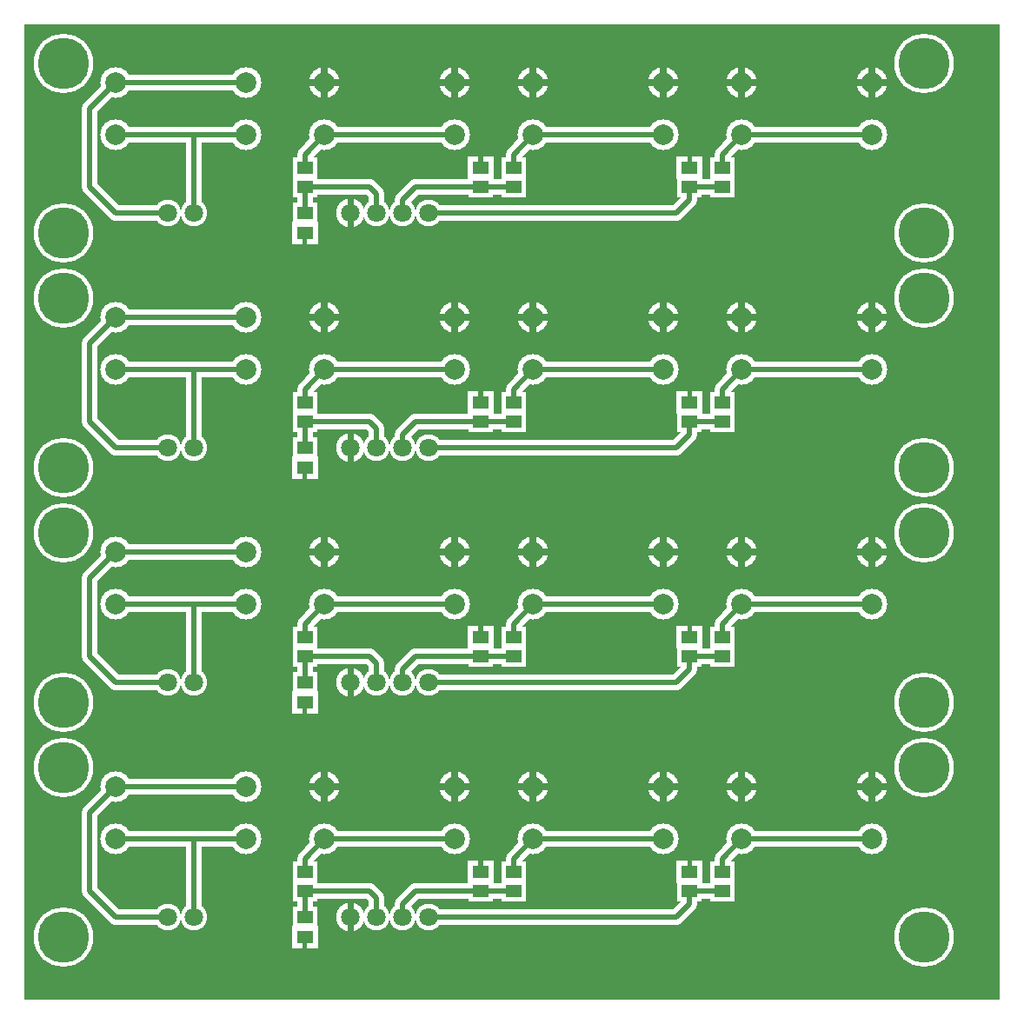
<source format=gbr>
%FSLAX34Y34*%
%MOMM*%
%LNCOPPER_TOP*%
G71*
G01*
%ADD10C, 3.000*%
%ADD11C, 2.600*%
%ADD12C, 5.800*%
%ADD13C, 2.600*%
%ADD14C, 1.500*%
%ADD15C, 2.800*%
%ADD16C, 3.000*%
%ADD17R, 2.400X2.100*%
%ADD18R, 2.600X2.300*%
%ADD19C, 0.600*%
%ADD20C, 0.667*%
%ADD21C, 0.433*%
%ADD22C, 0.442*%
%ADD23C, 2.000*%
%ADD24C, 1.800*%
%ADD25C, 5.000*%
%ADD26C, 1.800*%
%ADD27C, 0.500*%
%ADD28C, 2.000*%
%ADD29R, 1.600X1.300*%
%LPD*%
G36*
X-6350Y6350D02*
X943650Y6350D01*
X943650Y-943650D01*
X-6350Y-943650D01*
X-6350Y6350D01*
G37*
%LPC*%
X82550Y-50800D02*
G54D10*
D03*
X82550Y-101600D02*
G54D10*
D03*
X209550Y-50800D02*
G54D10*
D03*
X209550Y-101600D02*
G54D10*
D03*
X158750Y-177799D02*
G54D11*
D03*
X133350Y-177799D02*
G54D11*
D03*
X31750Y-31750D02*
G54D12*
D03*
X31750Y-196850D02*
G54D12*
D03*
X869950Y-196850D02*
G54D12*
D03*
X869950Y-31750D02*
G54D12*
D03*
X285750Y-50800D02*
G54D10*
D03*
X285750Y-101600D02*
G54D10*
D03*
X412750Y-50800D02*
G54D10*
D03*
X412750Y-101600D02*
G54D10*
D03*
X488950Y-50800D02*
G54D10*
D03*
X488950Y-101600D02*
G54D10*
D03*
X615950Y-50800D02*
G54D10*
D03*
X615950Y-101600D02*
G54D10*
D03*
X692150Y-50800D02*
G54D10*
D03*
X692150Y-101600D02*
G54D10*
D03*
X819150Y-50800D02*
G54D10*
D03*
X819150Y-101600D02*
G54D10*
D03*
X387350Y-177800D02*
G54D13*
D03*
X361950Y-177800D02*
G54D13*
D03*
X336550Y-177800D02*
G54D13*
D03*
X311150Y-177800D02*
G54D13*
D03*
G54D14*
X82550Y-50800D02*
X209550Y-50800D01*
G54D14*
X82550Y-101600D02*
X209550Y-101600D01*
X311150Y-177800D02*
G54D15*
D03*
X285750Y-50800D02*
G54D16*
D03*
X285750Y-50800D02*
G54D10*
D03*
X412750Y-50800D02*
G54D10*
D03*
X488950Y-50800D02*
G54D10*
D03*
X615950Y-50800D02*
G54D10*
D03*
X692150Y-50800D02*
G54D10*
D03*
X819150Y-50800D02*
G54D10*
D03*
X266700Y-133350D02*
G54D17*
D03*
X266700Y-152350D02*
G54D17*
D03*
G54D14*
X285750Y-101600D02*
X412750Y-101600D01*
G54D14*
X488950Y-101600D02*
X615950Y-101600D01*
G54D14*
X692150Y-101600D02*
X819150Y-101600D01*
X469900Y-133350D02*
G54D17*
D03*
X469900Y-152350D02*
G54D17*
D03*
X673100Y-133350D02*
G54D17*
D03*
X673100Y-152350D02*
G54D17*
D03*
G54D14*
X285750Y-152350D02*
X330150Y-152350D01*
X336550Y-158750D01*
X336550Y-177800D01*
G54D14*
X266700Y-133350D02*
X266700Y-120650D01*
X285750Y-101600D01*
G54D14*
X469900Y-133350D02*
X469900Y-120650D01*
X488950Y-101600D01*
G54D14*
X673100Y-133350D02*
X673100Y-120650D01*
X692150Y-101600D01*
G54D14*
X361950Y-177800D02*
X361950Y-165100D01*
X374650Y-152400D01*
X469900Y-152350D01*
G54D14*
X387350Y-177800D02*
X628650Y-177800D01*
X641350Y-165100D01*
X641350Y-152350D01*
X266700Y-177850D02*
G54D17*
D03*
X266700Y-196850D02*
G54D17*
D03*
X438150Y-133350D02*
G54D17*
D03*
X438150Y-152350D02*
G54D17*
D03*
X641350Y-133350D02*
G54D17*
D03*
X641350Y-152350D02*
G54D17*
D03*
G54D14*
X266700Y-177850D02*
X266700Y-152350D01*
X285750Y-152350D01*
G54D14*
X641350Y-152350D02*
X673100Y-152350D01*
X266700Y-196850D02*
G54D18*
D03*
X438150Y-133350D02*
G54D18*
D03*
X641350Y-133350D02*
G54D18*
D03*
G54D14*
X158750Y-177799D02*
X158750Y-101600D01*
G54D14*
X82550Y-50800D02*
X57150Y-76200D01*
X57150Y-152400D01*
X82550Y-177800D01*
X133350Y-177799D01*
X82550Y-279400D02*
G54D10*
D03*
X82550Y-330200D02*
G54D10*
D03*
X209550Y-279400D02*
G54D10*
D03*
X209550Y-330200D02*
G54D10*
D03*
X158750Y-406399D02*
G54D11*
D03*
X133350Y-406399D02*
G54D11*
D03*
X31750Y-260350D02*
G54D12*
D03*
X31750Y-425450D02*
G54D12*
D03*
X869950Y-425450D02*
G54D12*
D03*
X869950Y-260350D02*
G54D12*
D03*
X285750Y-279400D02*
G54D10*
D03*
X285750Y-330200D02*
G54D10*
D03*
X412750Y-279400D02*
G54D10*
D03*
X412750Y-330200D02*
G54D10*
D03*
X488950Y-279400D02*
G54D10*
D03*
X488950Y-330200D02*
G54D10*
D03*
X615950Y-279400D02*
G54D10*
D03*
X615950Y-330200D02*
G54D10*
D03*
X692150Y-279400D02*
G54D10*
D03*
X692150Y-330200D02*
G54D10*
D03*
X819150Y-279400D02*
G54D10*
D03*
X819150Y-330200D02*
G54D10*
D03*
X387350Y-406400D02*
G54D13*
D03*
X361950Y-406400D02*
G54D13*
D03*
X336550Y-406400D02*
G54D13*
D03*
X311150Y-406400D02*
G54D13*
D03*
G54D14*
X82550Y-279400D02*
X209550Y-279400D01*
G54D14*
X82550Y-330200D02*
X209550Y-330200D01*
X311150Y-406400D02*
G54D15*
D03*
X285750Y-279400D02*
G54D16*
D03*
X285750Y-279400D02*
G54D10*
D03*
X412750Y-279400D02*
G54D10*
D03*
X488950Y-279400D02*
G54D10*
D03*
X615950Y-279400D02*
G54D10*
D03*
X692150Y-279400D02*
G54D10*
D03*
X819150Y-279400D02*
G54D10*
D03*
X266700Y-361950D02*
G54D17*
D03*
X266700Y-380950D02*
G54D17*
D03*
G54D14*
X285750Y-330200D02*
X412750Y-330200D01*
G54D14*
X488950Y-330200D02*
X615950Y-330200D01*
G54D14*
X692150Y-330200D02*
X819150Y-330200D01*
X469900Y-361950D02*
G54D17*
D03*
X469900Y-380950D02*
G54D17*
D03*
X673100Y-361950D02*
G54D17*
D03*
X673100Y-380950D02*
G54D17*
D03*
G54D14*
X285750Y-380950D02*
X330150Y-380950D01*
X336550Y-387350D01*
X336550Y-406400D01*
G54D14*
X266700Y-361950D02*
X266700Y-349250D01*
X285750Y-330200D01*
G54D14*
X469900Y-361950D02*
X469900Y-349250D01*
X488950Y-330200D01*
G54D14*
X673100Y-361950D02*
X673100Y-349250D01*
X692150Y-330200D01*
G54D14*
X361950Y-406400D02*
X361950Y-393700D01*
X374650Y-381000D01*
X469900Y-380950D01*
G54D14*
X387350Y-406400D02*
X628650Y-406400D01*
X641350Y-393700D01*
X641350Y-380950D01*
X266700Y-406450D02*
G54D17*
D03*
X266700Y-425450D02*
G54D17*
D03*
X438150Y-361950D02*
G54D17*
D03*
X438150Y-380950D02*
G54D17*
D03*
X641350Y-361950D02*
G54D17*
D03*
X641350Y-380950D02*
G54D17*
D03*
G54D14*
X266700Y-406450D02*
X266700Y-380950D01*
X285750Y-380950D01*
G54D14*
X641350Y-380950D02*
X673100Y-380950D01*
X266700Y-425450D02*
G54D18*
D03*
X438150Y-361950D02*
G54D18*
D03*
X641350Y-361950D02*
G54D18*
D03*
G54D14*
X158750Y-406399D02*
X158750Y-330200D01*
G54D14*
X82550Y-279400D02*
X57150Y-304800D01*
X57150Y-381000D01*
X82550Y-406400D01*
X133350Y-406399D01*
X82550Y-508000D02*
G54D10*
D03*
X82550Y-558800D02*
G54D10*
D03*
X209550Y-508000D02*
G54D10*
D03*
X209550Y-558800D02*
G54D10*
D03*
X158750Y-634999D02*
G54D11*
D03*
X133350Y-634999D02*
G54D11*
D03*
X31750Y-488950D02*
G54D12*
D03*
X31750Y-654050D02*
G54D12*
D03*
X869950Y-654050D02*
G54D12*
D03*
X869950Y-488950D02*
G54D12*
D03*
X285750Y-508000D02*
G54D10*
D03*
X285750Y-558800D02*
G54D10*
D03*
X412750Y-508000D02*
G54D10*
D03*
X412750Y-558800D02*
G54D10*
D03*
X488950Y-508000D02*
G54D10*
D03*
X488950Y-558800D02*
G54D10*
D03*
X615950Y-508000D02*
G54D10*
D03*
X615950Y-558800D02*
G54D10*
D03*
X692150Y-508000D02*
G54D10*
D03*
X692150Y-558800D02*
G54D10*
D03*
X819150Y-508000D02*
G54D10*
D03*
X819150Y-558800D02*
G54D10*
D03*
X387350Y-635000D02*
G54D13*
D03*
X361950Y-635000D02*
G54D13*
D03*
X336550Y-635000D02*
G54D13*
D03*
X311150Y-635000D02*
G54D13*
D03*
G54D14*
X82550Y-508000D02*
X209550Y-508000D01*
G54D14*
X82550Y-558800D02*
X209550Y-558800D01*
X311150Y-635000D02*
G54D15*
D03*
X285750Y-508000D02*
G54D16*
D03*
X285750Y-508000D02*
G54D10*
D03*
X412750Y-508000D02*
G54D10*
D03*
X488950Y-508000D02*
G54D10*
D03*
X615950Y-508000D02*
G54D10*
D03*
X692150Y-508000D02*
G54D10*
D03*
X819150Y-508000D02*
G54D10*
D03*
X266700Y-590550D02*
G54D17*
D03*
X266700Y-609550D02*
G54D17*
D03*
G54D14*
X285750Y-558800D02*
X412750Y-558800D01*
G54D14*
X488950Y-558800D02*
X615950Y-558800D01*
G54D14*
X692150Y-558800D02*
X819150Y-558800D01*
X469900Y-590550D02*
G54D17*
D03*
X469900Y-609550D02*
G54D17*
D03*
X673100Y-590550D02*
G54D17*
D03*
X673100Y-609550D02*
G54D17*
D03*
G54D14*
X285750Y-609550D02*
X330150Y-609550D01*
X336550Y-615950D01*
X336550Y-635000D01*
G54D14*
X266700Y-590550D02*
X266700Y-577850D01*
X285750Y-558800D01*
G54D14*
X469900Y-590550D02*
X469900Y-577850D01*
X488950Y-558800D01*
G54D14*
X673100Y-590550D02*
X673100Y-577850D01*
X692150Y-558800D01*
G54D14*
X361950Y-635000D02*
X361950Y-622300D01*
X374650Y-609600D01*
X469900Y-609550D01*
G54D14*
X387350Y-635000D02*
X628650Y-635000D01*
X641350Y-622300D01*
X641350Y-609550D01*
X266700Y-635050D02*
G54D17*
D03*
X266700Y-654050D02*
G54D17*
D03*
X438150Y-590550D02*
G54D17*
D03*
X438150Y-609550D02*
G54D17*
D03*
X641350Y-590550D02*
G54D17*
D03*
X641350Y-609550D02*
G54D17*
D03*
G54D14*
X266700Y-635050D02*
X266700Y-609550D01*
X285750Y-609550D01*
G54D14*
X641350Y-609550D02*
X673100Y-609550D01*
X266700Y-654050D02*
G54D18*
D03*
X438150Y-590550D02*
G54D18*
D03*
X641350Y-590550D02*
G54D18*
D03*
G54D14*
X158750Y-634999D02*
X158750Y-558800D01*
G54D14*
X82550Y-508000D02*
X57150Y-533400D01*
X57150Y-609600D01*
X82550Y-635000D01*
X133350Y-634999D01*
X82550Y-736600D02*
G54D10*
D03*
X82550Y-787400D02*
G54D10*
D03*
X209550Y-736600D02*
G54D10*
D03*
X209550Y-787400D02*
G54D10*
D03*
X158750Y-863599D02*
G54D11*
D03*
X133350Y-863599D02*
G54D11*
D03*
X31750Y-717550D02*
G54D12*
D03*
X31750Y-882650D02*
G54D12*
D03*
X869950Y-882650D02*
G54D12*
D03*
X869950Y-717550D02*
G54D12*
D03*
X285750Y-736600D02*
G54D10*
D03*
X285750Y-787400D02*
G54D10*
D03*
X412750Y-736600D02*
G54D10*
D03*
X412750Y-787400D02*
G54D10*
D03*
X488950Y-736600D02*
G54D10*
D03*
X488950Y-787400D02*
G54D10*
D03*
X615950Y-736600D02*
G54D10*
D03*
X615950Y-787400D02*
G54D10*
D03*
X692150Y-736600D02*
G54D10*
D03*
X692150Y-787400D02*
G54D10*
D03*
X819150Y-736600D02*
G54D10*
D03*
X819150Y-787400D02*
G54D10*
D03*
X387350Y-863600D02*
G54D13*
D03*
X361950Y-863600D02*
G54D13*
D03*
X336550Y-863600D02*
G54D13*
D03*
X311150Y-863600D02*
G54D13*
D03*
G54D14*
X82550Y-736600D02*
X209550Y-736600D01*
G54D14*
X82550Y-787400D02*
X209550Y-787400D01*
X311150Y-863600D02*
G54D15*
D03*
X285750Y-736600D02*
G54D16*
D03*
X285750Y-736600D02*
G54D10*
D03*
X412750Y-736600D02*
G54D10*
D03*
X488950Y-736600D02*
G54D10*
D03*
X615950Y-736600D02*
G54D10*
D03*
X692150Y-736600D02*
G54D10*
D03*
X819150Y-736600D02*
G54D10*
D03*
X266700Y-819150D02*
G54D17*
D03*
X266700Y-838150D02*
G54D17*
D03*
G54D14*
X285750Y-787400D02*
X412750Y-787400D01*
G54D14*
X488950Y-787400D02*
X615950Y-787400D01*
G54D14*
X692150Y-787400D02*
X819150Y-787400D01*
X469900Y-819150D02*
G54D17*
D03*
X469900Y-838150D02*
G54D17*
D03*
X673100Y-819150D02*
G54D17*
D03*
X673100Y-838150D02*
G54D17*
D03*
G54D14*
X285750Y-838150D02*
X330150Y-838150D01*
X336550Y-844550D01*
X336550Y-863600D01*
G54D14*
X266700Y-819150D02*
X266700Y-806450D01*
X285750Y-787400D01*
G54D14*
X469900Y-819150D02*
X469900Y-806450D01*
X488950Y-787400D01*
G54D14*
X673100Y-819150D02*
X673100Y-806450D01*
X692150Y-787400D01*
G54D14*
X361950Y-863600D02*
X361950Y-850900D01*
X374650Y-838200D01*
X469900Y-838150D01*
G54D14*
X387350Y-863600D02*
X628650Y-863600D01*
X641350Y-850900D01*
X641350Y-838150D01*
X266700Y-863650D02*
G54D17*
D03*
X266700Y-882650D02*
G54D17*
D03*
X438150Y-819150D02*
G54D17*
D03*
X438150Y-838150D02*
G54D17*
D03*
X641350Y-819150D02*
G54D17*
D03*
X641350Y-838150D02*
G54D17*
D03*
G54D14*
X266700Y-863650D02*
X266700Y-838150D01*
X285750Y-838150D01*
G54D14*
X641350Y-838150D02*
X673100Y-838150D01*
X266700Y-882650D02*
G54D18*
D03*
X438150Y-819150D02*
G54D18*
D03*
X641350Y-819150D02*
G54D18*
D03*
G54D14*
X158750Y-863599D02*
X158750Y-787400D01*
G54D14*
X82550Y-736600D02*
X57150Y-762000D01*
X57150Y-838200D01*
X82550Y-863600D01*
X133350Y-863599D01*
%LPD*%
G54D19*
G36*
X308150Y-177800D02*
X308150Y-163300D01*
X314150Y-163300D01*
X314150Y-177800D01*
X308150Y-177800D01*
G37*
G36*
X314150Y-177800D02*
X314150Y-192300D01*
X308150Y-192300D01*
X308150Y-177800D01*
X314150Y-177800D01*
G37*
G54D20*
G36*
X282417Y-50800D02*
X282417Y-35300D01*
X289083Y-35300D01*
X289083Y-50800D01*
X282417Y-50800D01*
G37*
G36*
X285750Y-47467D02*
X301250Y-47467D01*
X301250Y-54133D01*
X285750Y-54133D01*
X285750Y-47467D01*
G37*
G36*
X289083Y-50800D02*
X289083Y-66300D01*
X282417Y-66300D01*
X282417Y-50800D01*
X289083Y-50800D01*
G37*
G36*
X285750Y-54133D02*
X270250Y-54133D01*
X270250Y-47467D01*
X285750Y-47467D01*
X285750Y-54133D01*
G37*
G54D20*
G36*
X409417Y-50800D02*
X409417Y-35300D01*
X416083Y-35300D01*
X416083Y-50800D01*
X409417Y-50800D01*
G37*
G36*
X412750Y-47467D02*
X428250Y-47467D01*
X428250Y-54133D01*
X412750Y-54133D01*
X412750Y-47467D01*
G37*
G36*
X416083Y-50800D02*
X416083Y-66300D01*
X409417Y-66300D01*
X409417Y-50800D01*
X416083Y-50800D01*
G37*
G36*
X412750Y-54133D02*
X397250Y-54133D01*
X397250Y-47467D01*
X412750Y-47467D01*
X412750Y-54133D01*
G37*
G54D20*
G36*
X485617Y-50800D02*
X485617Y-35300D01*
X492283Y-35300D01*
X492283Y-50800D01*
X485617Y-50800D01*
G37*
G36*
X488950Y-47467D02*
X504450Y-47467D01*
X504450Y-54133D01*
X488950Y-54133D01*
X488950Y-47467D01*
G37*
G36*
X492283Y-50800D02*
X492283Y-66300D01*
X485617Y-66300D01*
X485617Y-50800D01*
X492283Y-50800D01*
G37*
G36*
X488950Y-54133D02*
X473450Y-54133D01*
X473450Y-47467D01*
X488950Y-47467D01*
X488950Y-54133D01*
G37*
G54D20*
G36*
X612617Y-50800D02*
X612617Y-35300D01*
X619283Y-35300D01*
X619283Y-50800D01*
X612617Y-50800D01*
G37*
G36*
X615950Y-47467D02*
X631450Y-47467D01*
X631450Y-54133D01*
X615950Y-54133D01*
X615950Y-47467D01*
G37*
G36*
X619283Y-50800D02*
X619283Y-66300D01*
X612617Y-66300D01*
X612617Y-50800D01*
X619283Y-50800D01*
G37*
G36*
X615950Y-54133D02*
X600450Y-54133D01*
X600450Y-47467D01*
X615950Y-47467D01*
X615950Y-54133D01*
G37*
G54D20*
G36*
X688817Y-50800D02*
X688817Y-35300D01*
X695483Y-35300D01*
X695483Y-50800D01*
X688817Y-50800D01*
G37*
G36*
X692150Y-47467D02*
X707650Y-47467D01*
X707650Y-54133D01*
X692150Y-54133D01*
X692150Y-47467D01*
G37*
G36*
X695483Y-50800D02*
X695483Y-66300D01*
X688817Y-66300D01*
X688817Y-50800D01*
X695483Y-50800D01*
G37*
G36*
X692150Y-54133D02*
X676650Y-54133D01*
X676650Y-47467D01*
X692150Y-47467D01*
X692150Y-54133D01*
G37*
G54D20*
G36*
X815817Y-50800D02*
X815817Y-35300D01*
X822483Y-35300D01*
X822483Y-50800D01*
X815817Y-50800D01*
G37*
G36*
X819150Y-47467D02*
X834650Y-47467D01*
X834650Y-54133D01*
X819150Y-54133D01*
X819150Y-47467D01*
G37*
G36*
X822483Y-50800D02*
X822483Y-66300D01*
X815817Y-66300D01*
X815817Y-50800D01*
X822483Y-50800D01*
G37*
G36*
X819150Y-54133D02*
X803650Y-54133D01*
X803650Y-47467D01*
X819150Y-47467D01*
X819150Y-54133D01*
G37*
G54D21*
G36*
X268866Y-196850D02*
X268866Y-208850D01*
X264534Y-208850D01*
X264534Y-196850D01*
X268866Y-196850D01*
G37*
G54D22*
G36*
X435940Y-133350D02*
X435940Y-121350D01*
X440360Y-121350D01*
X440360Y-133350D01*
X435940Y-133350D01*
G37*
G54D21*
G36*
X639184Y-133350D02*
X639184Y-121350D01*
X643516Y-121350D01*
X643516Y-133350D01*
X639184Y-133350D01*
G37*
G54D19*
G36*
X308150Y-406400D02*
X308150Y-391900D01*
X314150Y-391900D01*
X314150Y-406400D01*
X308150Y-406400D01*
G37*
G36*
X314150Y-406400D02*
X314150Y-420900D01*
X308150Y-420900D01*
X308150Y-406400D01*
X314150Y-406400D01*
G37*
G54D20*
G36*
X282417Y-279400D02*
X282417Y-263900D01*
X289083Y-263900D01*
X289083Y-279400D01*
X282417Y-279400D01*
G37*
G36*
X285750Y-276067D02*
X301250Y-276067D01*
X301250Y-282733D01*
X285750Y-282733D01*
X285750Y-276067D01*
G37*
G36*
X289083Y-279400D02*
X289083Y-294900D01*
X282417Y-294900D01*
X282417Y-279400D01*
X289083Y-279400D01*
G37*
G36*
X285750Y-282733D02*
X270250Y-282733D01*
X270250Y-276067D01*
X285750Y-276067D01*
X285750Y-282733D01*
G37*
G54D20*
G36*
X409417Y-279400D02*
X409417Y-263900D01*
X416083Y-263900D01*
X416083Y-279400D01*
X409417Y-279400D01*
G37*
G36*
X412750Y-276067D02*
X428250Y-276067D01*
X428250Y-282733D01*
X412750Y-282733D01*
X412750Y-276067D01*
G37*
G36*
X416083Y-279400D02*
X416083Y-294900D01*
X409417Y-294900D01*
X409417Y-279400D01*
X416083Y-279400D01*
G37*
G36*
X412750Y-282733D02*
X397250Y-282733D01*
X397250Y-276067D01*
X412750Y-276067D01*
X412750Y-282733D01*
G37*
G54D20*
G36*
X485617Y-279400D02*
X485617Y-263900D01*
X492283Y-263900D01*
X492283Y-279400D01*
X485617Y-279400D01*
G37*
G36*
X488950Y-276067D02*
X504450Y-276067D01*
X504450Y-282733D01*
X488950Y-282733D01*
X488950Y-276067D01*
G37*
G36*
X492283Y-279400D02*
X492283Y-294900D01*
X485617Y-294900D01*
X485617Y-279400D01*
X492283Y-279400D01*
G37*
G36*
X488950Y-282733D02*
X473450Y-282733D01*
X473450Y-276067D01*
X488950Y-276067D01*
X488950Y-282733D01*
G37*
G54D20*
G36*
X612617Y-279400D02*
X612617Y-263900D01*
X619283Y-263900D01*
X619283Y-279400D01*
X612617Y-279400D01*
G37*
G36*
X615950Y-276067D02*
X631450Y-276067D01*
X631450Y-282733D01*
X615950Y-282733D01*
X615950Y-276067D01*
G37*
G36*
X619283Y-279400D02*
X619283Y-294900D01*
X612617Y-294900D01*
X612617Y-279400D01*
X619283Y-279400D01*
G37*
G36*
X615950Y-282733D02*
X600450Y-282733D01*
X600450Y-276067D01*
X615950Y-276067D01*
X615950Y-282733D01*
G37*
G54D20*
G36*
X688817Y-279400D02*
X688817Y-263900D01*
X695483Y-263900D01*
X695483Y-279400D01*
X688817Y-279400D01*
G37*
G36*
X692150Y-276067D02*
X707650Y-276067D01*
X707650Y-282733D01*
X692150Y-282733D01*
X692150Y-276067D01*
G37*
G36*
X695483Y-279400D02*
X695483Y-294900D01*
X688817Y-294900D01*
X688817Y-279400D01*
X695483Y-279400D01*
G37*
G36*
X692150Y-282733D02*
X676650Y-282733D01*
X676650Y-276067D01*
X692150Y-276067D01*
X692150Y-282733D01*
G37*
G54D20*
G36*
X815817Y-279400D02*
X815817Y-263900D01*
X822483Y-263900D01*
X822483Y-279400D01*
X815817Y-279400D01*
G37*
G36*
X819150Y-276067D02*
X834650Y-276067D01*
X834650Y-282733D01*
X819150Y-282733D01*
X819150Y-276067D01*
G37*
G36*
X822483Y-279400D02*
X822483Y-294900D01*
X815817Y-294900D01*
X815817Y-279400D01*
X822483Y-279400D01*
G37*
G36*
X819150Y-282733D02*
X803650Y-282733D01*
X803650Y-276067D01*
X819150Y-276067D01*
X819150Y-282733D01*
G37*
G54D21*
G36*
X268866Y-425450D02*
X268866Y-437450D01*
X264534Y-437450D01*
X264534Y-425450D01*
X268866Y-425450D01*
G37*
G54D22*
G36*
X435940Y-361950D02*
X435940Y-349950D01*
X440360Y-349950D01*
X440360Y-361950D01*
X435940Y-361950D01*
G37*
G54D21*
G36*
X639184Y-361950D02*
X639184Y-349950D01*
X643516Y-349950D01*
X643516Y-361950D01*
X639184Y-361950D01*
G37*
G54D19*
G36*
X308150Y-635000D02*
X308150Y-620500D01*
X314150Y-620500D01*
X314150Y-635000D01*
X308150Y-635000D01*
G37*
G36*
X314150Y-635000D02*
X314150Y-649500D01*
X308150Y-649500D01*
X308150Y-635000D01*
X314150Y-635000D01*
G37*
G54D20*
G36*
X282417Y-508000D02*
X282417Y-492500D01*
X289083Y-492500D01*
X289083Y-508000D01*
X282417Y-508000D01*
G37*
G36*
X285750Y-504667D02*
X301250Y-504667D01*
X301250Y-511333D01*
X285750Y-511333D01*
X285750Y-504667D01*
G37*
G36*
X289083Y-508000D02*
X289083Y-523500D01*
X282417Y-523500D01*
X282417Y-508000D01*
X289083Y-508000D01*
G37*
G36*
X285750Y-511333D02*
X270250Y-511333D01*
X270250Y-504667D01*
X285750Y-504667D01*
X285750Y-511333D01*
G37*
G54D20*
G36*
X409417Y-508000D02*
X409417Y-492500D01*
X416083Y-492500D01*
X416083Y-508000D01*
X409417Y-508000D01*
G37*
G36*
X412750Y-504667D02*
X428250Y-504667D01*
X428250Y-511333D01*
X412750Y-511333D01*
X412750Y-504667D01*
G37*
G36*
X416083Y-508000D02*
X416083Y-523500D01*
X409417Y-523500D01*
X409417Y-508000D01*
X416083Y-508000D01*
G37*
G36*
X412750Y-511333D02*
X397250Y-511333D01*
X397250Y-504667D01*
X412750Y-504667D01*
X412750Y-511333D01*
G37*
G54D20*
G36*
X485617Y-508000D02*
X485617Y-492500D01*
X492283Y-492500D01*
X492283Y-508000D01*
X485617Y-508000D01*
G37*
G36*
X488950Y-504667D02*
X504450Y-504667D01*
X504450Y-511333D01*
X488950Y-511333D01*
X488950Y-504667D01*
G37*
G36*
X492283Y-508000D02*
X492283Y-523500D01*
X485617Y-523500D01*
X485617Y-508000D01*
X492283Y-508000D01*
G37*
G36*
X488950Y-511333D02*
X473450Y-511333D01*
X473450Y-504667D01*
X488950Y-504667D01*
X488950Y-511333D01*
G37*
G54D20*
G36*
X612617Y-508000D02*
X612617Y-492500D01*
X619283Y-492500D01*
X619283Y-508000D01*
X612617Y-508000D01*
G37*
G36*
X615950Y-504667D02*
X631450Y-504667D01*
X631450Y-511333D01*
X615950Y-511333D01*
X615950Y-504667D01*
G37*
G36*
X619283Y-508000D02*
X619283Y-523500D01*
X612617Y-523500D01*
X612617Y-508000D01*
X619283Y-508000D01*
G37*
G36*
X615950Y-511333D02*
X600450Y-511333D01*
X600450Y-504667D01*
X615950Y-504667D01*
X615950Y-511333D01*
G37*
G54D20*
G36*
X688817Y-508000D02*
X688817Y-492500D01*
X695483Y-492500D01*
X695483Y-508000D01*
X688817Y-508000D01*
G37*
G36*
X692150Y-504667D02*
X707650Y-504667D01*
X707650Y-511333D01*
X692150Y-511333D01*
X692150Y-504667D01*
G37*
G36*
X695483Y-508000D02*
X695483Y-523500D01*
X688817Y-523500D01*
X688817Y-508000D01*
X695483Y-508000D01*
G37*
G36*
X692150Y-511333D02*
X676650Y-511333D01*
X676650Y-504667D01*
X692150Y-504667D01*
X692150Y-511333D01*
G37*
G54D20*
G36*
X815817Y-508000D02*
X815817Y-492500D01*
X822483Y-492500D01*
X822483Y-508000D01*
X815817Y-508000D01*
G37*
G36*
X819150Y-504667D02*
X834650Y-504667D01*
X834650Y-511333D01*
X819150Y-511333D01*
X819150Y-504667D01*
G37*
G36*
X822483Y-508000D02*
X822483Y-523500D01*
X815817Y-523500D01*
X815817Y-508000D01*
X822483Y-508000D01*
G37*
G36*
X819150Y-511333D02*
X803650Y-511333D01*
X803650Y-504667D01*
X819150Y-504667D01*
X819150Y-511333D01*
G37*
G54D21*
G36*
X268866Y-654050D02*
X268866Y-666050D01*
X264534Y-666050D01*
X264534Y-654050D01*
X268866Y-654050D01*
G37*
G54D22*
G36*
X435940Y-590550D02*
X435940Y-578550D01*
X440360Y-578550D01*
X440360Y-590550D01*
X435940Y-590550D01*
G37*
G54D21*
G36*
X639184Y-590550D02*
X639184Y-578550D01*
X643516Y-578550D01*
X643516Y-590550D01*
X639184Y-590550D01*
G37*
G54D19*
G36*
X308150Y-863600D02*
X308150Y-849100D01*
X314150Y-849100D01*
X314150Y-863600D01*
X308150Y-863600D01*
G37*
G36*
X314150Y-863600D02*
X314150Y-878100D01*
X308150Y-878100D01*
X308150Y-863600D01*
X314150Y-863600D01*
G37*
G54D20*
G36*
X282417Y-736600D02*
X282417Y-721100D01*
X289083Y-721100D01*
X289083Y-736600D01*
X282417Y-736600D01*
G37*
G36*
X285750Y-733267D02*
X301250Y-733267D01*
X301250Y-739933D01*
X285750Y-739933D01*
X285750Y-733267D01*
G37*
G36*
X289083Y-736600D02*
X289083Y-752100D01*
X282417Y-752100D01*
X282417Y-736600D01*
X289083Y-736600D01*
G37*
G36*
X285750Y-739933D02*
X270250Y-739933D01*
X270250Y-733267D01*
X285750Y-733267D01*
X285750Y-739933D01*
G37*
G54D20*
G36*
X409417Y-736600D02*
X409417Y-721100D01*
X416083Y-721100D01*
X416083Y-736600D01*
X409417Y-736600D01*
G37*
G36*
X412750Y-733267D02*
X428250Y-733267D01*
X428250Y-739933D01*
X412750Y-739933D01*
X412750Y-733267D01*
G37*
G36*
X416083Y-736600D02*
X416083Y-752100D01*
X409417Y-752100D01*
X409417Y-736600D01*
X416083Y-736600D01*
G37*
G36*
X412750Y-739933D02*
X397250Y-739933D01*
X397250Y-733267D01*
X412750Y-733267D01*
X412750Y-739933D01*
G37*
G54D20*
G36*
X485617Y-736600D02*
X485617Y-721100D01*
X492283Y-721100D01*
X492283Y-736600D01*
X485617Y-736600D01*
G37*
G36*
X488950Y-733267D02*
X504450Y-733267D01*
X504450Y-739933D01*
X488950Y-739933D01*
X488950Y-733267D01*
G37*
G36*
X492283Y-736600D02*
X492283Y-752100D01*
X485617Y-752100D01*
X485617Y-736600D01*
X492283Y-736600D01*
G37*
G36*
X488950Y-739933D02*
X473450Y-739933D01*
X473450Y-733267D01*
X488950Y-733267D01*
X488950Y-739933D01*
G37*
G54D20*
G36*
X612617Y-736600D02*
X612617Y-721100D01*
X619283Y-721100D01*
X619283Y-736600D01*
X612617Y-736600D01*
G37*
G36*
X615950Y-733267D02*
X631450Y-733267D01*
X631450Y-739933D01*
X615950Y-739933D01*
X615950Y-733267D01*
G37*
G36*
X619283Y-736600D02*
X619283Y-752100D01*
X612617Y-752100D01*
X612617Y-736600D01*
X619283Y-736600D01*
G37*
G36*
X615950Y-739933D02*
X600450Y-739933D01*
X600450Y-733267D01*
X615950Y-733267D01*
X615950Y-739933D01*
G37*
G54D20*
G36*
X688817Y-736600D02*
X688817Y-721100D01*
X695483Y-721100D01*
X695483Y-736600D01*
X688817Y-736600D01*
G37*
G36*
X692150Y-733267D02*
X707650Y-733267D01*
X707650Y-739933D01*
X692150Y-739933D01*
X692150Y-733267D01*
G37*
G36*
X695483Y-736600D02*
X695483Y-752100D01*
X688817Y-752100D01*
X688817Y-736600D01*
X695483Y-736600D01*
G37*
G36*
X692150Y-739933D02*
X676650Y-739933D01*
X676650Y-733267D01*
X692150Y-733267D01*
X692150Y-739933D01*
G37*
G54D20*
G36*
X815817Y-736600D02*
X815817Y-721100D01*
X822483Y-721100D01*
X822483Y-736600D01*
X815817Y-736600D01*
G37*
G36*
X819150Y-733267D02*
X834650Y-733267D01*
X834650Y-739933D01*
X819150Y-739933D01*
X819150Y-733267D01*
G37*
G36*
X822483Y-736600D02*
X822483Y-752100D01*
X815817Y-752100D01*
X815817Y-736600D01*
X822483Y-736600D01*
G37*
G36*
X819150Y-739933D02*
X803650Y-739933D01*
X803650Y-733267D01*
X819150Y-733267D01*
X819150Y-739933D01*
G37*
G54D21*
G36*
X268866Y-882650D02*
X268866Y-894650D01*
X264534Y-894650D01*
X264534Y-882650D01*
X268866Y-882650D01*
G37*
G54D22*
G36*
X435940Y-819150D02*
X435940Y-807150D01*
X440360Y-807150D01*
X440360Y-819150D01*
X435940Y-819150D01*
G37*
G54D21*
G36*
X639184Y-819150D02*
X639184Y-807150D01*
X643516Y-807150D01*
X643516Y-819150D01*
X639184Y-819150D01*
G37*
X82550Y-50800D02*
G54D23*
D03*
X82550Y-101600D02*
G54D23*
D03*
X209550Y-50800D02*
G54D23*
D03*
X209550Y-101600D02*
G54D23*
D03*
X158750Y-177799D02*
G54D24*
D03*
X133350Y-177799D02*
G54D24*
D03*
X31750Y-31750D02*
G54D25*
D03*
X31750Y-196850D02*
G54D25*
D03*
X869950Y-196850D02*
G54D25*
D03*
X869950Y-31750D02*
G54D25*
D03*
X285750Y-50800D02*
G54D23*
D03*
X285750Y-101600D02*
G54D23*
D03*
X412750Y-50800D02*
G54D23*
D03*
X412750Y-101600D02*
G54D23*
D03*
X488950Y-50800D02*
G54D23*
D03*
X488950Y-101600D02*
G54D23*
D03*
X615950Y-50800D02*
G54D23*
D03*
X615950Y-101600D02*
G54D23*
D03*
X692150Y-50800D02*
G54D23*
D03*
X692150Y-101600D02*
G54D23*
D03*
X819150Y-50800D02*
G54D23*
D03*
X819150Y-101600D02*
G54D23*
D03*
X387350Y-177800D02*
G54D26*
D03*
X361950Y-177800D02*
G54D26*
D03*
X336550Y-177800D02*
G54D26*
D03*
X311150Y-177800D02*
G54D26*
D03*
G54D27*
X82550Y-50800D02*
X209550Y-50800D01*
G54D27*
X82550Y-101600D02*
X209550Y-101600D01*
X311150Y-177800D02*
G54D24*
D03*
X285750Y-50800D02*
G54D28*
D03*
X285750Y-50800D02*
G54D23*
D03*
X412750Y-50800D02*
G54D23*
D03*
X488950Y-50800D02*
G54D23*
D03*
X615950Y-50800D02*
G54D23*
D03*
X692150Y-50800D02*
G54D23*
D03*
X819150Y-50800D02*
G54D23*
D03*
X266700Y-133350D02*
G54D29*
D03*
X266700Y-152350D02*
G54D29*
D03*
G54D27*
X285750Y-101600D02*
X412750Y-101600D01*
G54D27*
X488950Y-101600D02*
X615950Y-101600D01*
G54D27*
X692150Y-101600D02*
X819150Y-101600D01*
X469900Y-133350D02*
G54D29*
D03*
X469900Y-152350D02*
G54D29*
D03*
X673100Y-133350D02*
G54D29*
D03*
X673100Y-152350D02*
G54D29*
D03*
G54D27*
X285750Y-152350D02*
X330150Y-152350D01*
X336550Y-158750D01*
X336550Y-177800D01*
G54D27*
X266700Y-133350D02*
X266700Y-120650D01*
X285750Y-101600D01*
G54D27*
X469900Y-133350D02*
X469900Y-120650D01*
X488950Y-101600D01*
G54D27*
X673100Y-133350D02*
X673100Y-120650D01*
X692150Y-101600D01*
G54D27*
X361950Y-177800D02*
X361950Y-165100D01*
X374650Y-152400D01*
X469900Y-152350D01*
G54D27*
X387350Y-177800D02*
X628650Y-177800D01*
X641350Y-165100D01*
X641350Y-152350D01*
X266700Y-177850D02*
G54D29*
D03*
X266700Y-196850D02*
G54D29*
D03*
X438150Y-133350D02*
G54D29*
D03*
X438150Y-152350D02*
G54D29*
D03*
X641350Y-133350D02*
G54D29*
D03*
X641350Y-152350D02*
G54D29*
D03*
G54D27*
X266700Y-177850D02*
X266700Y-152350D01*
X285750Y-152350D01*
G54D27*
X641350Y-152350D02*
X673100Y-152350D01*
X266700Y-196850D02*
G54D29*
D03*
X438150Y-133350D02*
G54D29*
D03*
X641350Y-133350D02*
G54D29*
D03*
G54D27*
X158750Y-177799D02*
X158750Y-101600D01*
G54D27*
X82550Y-50800D02*
X57150Y-76200D01*
X57150Y-152400D01*
X82550Y-177800D01*
X133350Y-177799D01*
X82550Y-279400D02*
G54D23*
D03*
X82550Y-330200D02*
G54D23*
D03*
X209550Y-279400D02*
G54D23*
D03*
X209550Y-330200D02*
G54D23*
D03*
X158750Y-406399D02*
G54D24*
D03*
X133350Y-406399D02*
G54D24*
D03*
X31750Y-260350D02*
G54D25*
D03*
X31750Y-425450D02*
G54D25*
D03*
X869950Y-425450D02*
G54D25*
D03*
X869950Y-260350D02*
G54D25*
D03*
X285750Y-279400D02*
G54D23*
D03*
X285750Y-330200D02*
G54D23*
D03*
X412750Y-279400D02*
G54D23*
D03*
X412750Y-330200D02*
G54D23*
D03*
X488950Y-279400D02*
G54D23*
D03*
X488950Y-330200D02*
G54D23*
D03*
X615950Y-279400D02*
G54D23*
D03*
X615950Y-330200D02*
G54D23*
D03*
X692150Y-279400D02*
G54D23*
D03*
X692150Y-330200D02*
G54D23*
D03*
X819150Y-279400D02*
G54D23*
D03*
X819150Y-330200D02*
G54D23*
D03*
X387350Y-406400D02*
G54D26*
D03*
X361950Y-406400D02*
G54D26*
D03*
X336550Y-406400D02*
G54D26*
D03*
X311150Y-406400D02*
G54D26*
D03*
G54D27*
X82550Y-279400D02*
X209550Y-279400D01*
G54D27*
X82550Y-330200D02*
X209550Y-330200D01*
X311150Y-406400D02*
G54D24*
D03*
X285750Y-279400D02*
G54D28*
D03*
X285750Y-279400D02*
G54D23*
D03*
X412750Y-279400D02*
G54D23*
D03*
X488950Y-279400D02*
G54D23*
D03*
X615950Y-279400D02*
G54D23*
D03*
X692150Y-279400D02*
G54D23*
D03*
X819150Y-279400D02*
G54D23*
D03*
X266700Y-361950D02*
G54D29*
D03*
X266700Y-380950D02*
G54D29*
D03*
G54D27*
X285750Y-330200D02*
X412750Y-330200D01*
G54D27*
X488950Y-330200D02*
X615950Y-330200D01*
G54D27*
X692150Y-330200D02*
X819150Y-330200D01*
X469900Y-361950D02*
G54D29*
D03*
X469900Y-380950D02*
G54D29*
D03*
X673100Y-361950D02*
G54D29*
D03*
X673100Y-380950D02*
G54D29*
D03*
G54D27*
X285750Y-380950D02*
X330150Y-380950D01*
X336550Y-387350D01*
X336550Y-406400D01*
G54D27*
X266700Y-361950D02*
X266700Y-349250D01*
X285750Y-330200D01*
G54D27*
X469900Y-361950D02*
X469900Y-349250D01*
X488950Y-330200D01*
G54D27*
X673100Y-361950D02*
X673100Y-349250D01*
X692150Y-330200D01*
G54D27*
X361950Y-406400D02*
X361950Y-393700D01*
X374650Y-381000D01*
X469900Y-380950D01*
G54D27*
X387350Y-406400D02*
X628650Y-406400D01*
X641350Y-393700D01*
X641350Y-380950D01*
X266700Y-406450D02*
G54D29*
D03*
X266700Y-425450D02*
G54D29*
D03*
X438150Y-361950D02*
G54D29*
D03*
X438150Y-380950D02*
G54D29*
D03*
X641350Y-361950D02*
G54D29*
D03*
X641350Y-380950D02*
G54D29*
D03*
G54D27*
X266700Y-406450D02*
X266700Y-380950D01*
X285750Y-380950D01*
G54D27*
X641350Y-380950D02*
X673100Y-380950D01*
X266700Y-425450D02*
G54D29*
D03*
X438150Y-361950D02*
G54D29*
D03*
X641350Y-361950D02*
G54D29*
D03*
G54D27*
X158750Y-406399D02*
X158750Y-330200D01*
G54D27*
X82550Y-279400D02*
X57150Y-304800D01*
X57150Y-381000D01*
X82550Y-406400D01*
X133350Y-406399D01*
X82550Y-508000D02*
G54D23*
D03*
X82550Y-558800D02*
G54D23*
D03*
X209550Y-508000D02*
G54D23*
D03*
X209550Y-558800D02*
G54D23*
D03*
X158750Y-634999D02*
G54D24*
D03*
X133350Y-634999D02*
G54D24*
D03*
X31750Y-488950D02*
G54D25*
D03*
X31750Y-654050D02*
G54D25*
D03*
X869950Y-654050D02*
G54D25*
D03*
X869950Y-488950D02*
G54D25*
D03*
X285750Y-508000D02*
G54D23*
D03*
X285750Y-558800D02*
G54D23*
D03*
X412750Y-508000D02*
G54D23*
D03*
X412750Y-558800D02*
G54D23*
D03*
X488950Y-508000D02*
G54D23*
D03*
X488950Y-558800D02*
G54D23*
D03*
X615950Y-508000D02*
G54D23*
D03*
X615950Y-558800D02*
G54D23*
D03*
X692150Y-508000D02*
G54D23*
D03*
X692150Y-558800D02*
G54D23*
D03*
X819150Y-508000D02*
G54D23*
D03*
X819150Y-558800D02*
G54D23*
D03*
X387350Y-635000D02*
G54D26*
D03*
X361950Y-635000D02*
G54D26*
D03*
X336550Y-635000D02*
G54D26*
D03*
X311150Y-635000D02*
G54D26*
D03*
G54D27*
X82550Y-508000D02*
X209550Y-508000D01*
G54D27*
X82550Y-558800D02*
X209550Y-558800D01*
X311150Y-635000D02*
G54D24*
D03*
X285750Y-508000D02*
G54D28*
D03*
X285750Y-508000D02*
G54D23*
D03*
X412750Y-508000D02*
G54D23*
D03*
X488950Y-508000D02*
G54D23*
D03*
X615950Y-508000D02*
G54D23*
D03*
X692150Y-508000D02*
G54D23*
D03*
X819150Y-508000D02*
G54D23*
D03*
X266700Y-590550D02*
G54D29*
D03*
X266700Y-609550D02*
G54D29*
D03*
G54D27*
X285750Y-558800D02*
X412750Y-558800D01*
G54D27*
X488950Y-558800D02*
X615950Y-558800D01*
G54D27*
X692150Y-558800D02*
X819150Y-558800D01*
X469900Y-590550D02*
G54D29*
D03*
X469900Y-609550D02*
G54D29*
D03*
X673100Y-590550D02*
G54D29*
D03*
X673100Y-609550D02*
G54D29*
D03*
G54D27*
X285750Y-609550D02*
X330150Y-609550D01*
X336550Y-615950D01*
X336550Y-635000D01*
G54D27*
X266700Y-590550D02*
X266700Y-577850D01*
X285750Y-558800D01*
G54D27*
X469900Y-590550D02*
X469900Y-577850D01*
X488950Y-558800D01*
G54D27*
X673100Y-590550D02*
X673100Y-577850D01*
X692150Y-558800D01*
G54D27*
X361950Y-635000D02*
X361950Y-622300D01*
X374650Y-609600D01*
X469900Y-609550D01*
G54D27*
X387350Y-635000D02*
X628650Y-635000D01*
X641350Y-622300D01*
X641350Y-609550D01*
X266700Y-635050D02*
G54D29*
D03*
X266700Y-654050D02*
G54D29*
D03*
X438150Y-590550D02*
G54D29*
D03*
X438150Y-609550D02*
G54D29*
D03*
X641350Y-590550D02*
G54D29*
D03*
X641350Y-609550D02*
G54D29*
D03*
G54D27*
X266700Y-635050D02*
X266700Y-609550D01*
X285750Y-609550D01*
G54D27*
X641350Y-609550D02*
X673100Y-609550D01*
X266700Y-654050D02*
G54D29*
D03*
X438150Y-590550D02*
G54D29*
D03*
X641350Y-590550D02*
G54D29*
D03*
G54D27*
X158750Y-634999D02*
X158750Y-558800D01*
G54D27*
X82550Y-508000D02*
X57150Y-533400D01*
X57150Y-609600D01*
X82550Y-635000D01*
X133350Y-634999D01*
X82550Y-736600D02*
G54D23*
D03*
X82550Y-787400D02*
G54D23*
D03*
X209550Y-736600D02*
G54D23*
D03*
X209550Y-787400D02*
G54D23*
D03*
X158750Y-863599D02*
G54D24*
D03*
X133350Y-863599D02*
G54D24*
D03*
X31750Y-717550D02*
G54D25*
D03*
X31750Y-882650D02*
G54D25*
D03*
X869950Y-882650D02*
G54D25*
D03*
X869950Y-717550D02*
G54D25*
D03*
X285750Y-736600D02*
G54D23*
D03*
X285750Y-787400D02*
G54D23*
D03*
X412750Y-736600D02*
G54D23*
D03*
X412750Y-787400D02*
G54D23*
D03*
X488950Y-736600D02*
G54D23*
D03*
X488950Y-787400D02*
G54D23*
D03*
X615950Y-736600D02*
G54D23*
D03*
X615950Y-787400D02*
G54D23*
D03*
X692150Y-736600D02*
G54D23*
D03*
X692150Y-787400D02*
G54D23*
D03*
X819150Y-736600D02*
G54D23*
D03*
X819150Y-787400D02*
G54D23*
D03*
X387350Y-863600D02*
G54D26*
D03*
X361950Y-863600D02*
G54D26*
D03*
X336550Y-863600D02*
G54D26*
D03*
X311150Y-863600D02*
G54D26*
D03*
G54D27*
X82550Y-736600D02*
X209550Y-736600D01*
G54D27*
X82550Y-787400D02*
X209550Y-787400D01*
X311150Y-863600D02*
G54D24*
D03*
X285750Y-736600D02*
G54D28*
D03*
X285750Y-736600D02*
G54D23*
D03*
X412750Y-736600D02*
G54D23*
D03*
X488950Y-736600D02*
G54D23*
D03*
X615950Y-736600D02*
G54D23*
D03*
X692150Y-736600D02*
G54D23*
D03*
X819150Y-736600D02*
G54D23*
D03*
X266700Y-819150D02*
G54D29*
D03*
X266700Y-838150D02*
G54D29*
D03*
G54D27*
X285750Y-787400D02*
X412750Y-787400D01*
G54D27*
X488950Y-787400D02*
X615950Y-787400D01*
G54D27*
X692150Y-787400D02*
X819150Y-787400D01*
X469900Y-819150D02*
G54D29*
D03*
X469900Y-838150D02*
G54D29*
D03*
X673100Y-819150D02*
G54D29*
D03*
X673100Y-838150D02*
G54D29*
D03*
G54D27*
X285750Y-838150D02*
X330150Y-838150D01*
X336550Y-844550D01*
X336550Y-863600D01*
G54D27*
X266700Y-819150D02*
X266700Y-806450D01*
X285750Y-787400D01*
G54D27*
X469900Y-819150D02*
X469900Y-806450D01*
X488950Y-787400D01*
G54D27*
X673100Y-819150D02*
X673100Y-806450D01*
X692150Y-787400D01*
G54D27*
X361950Y-863600D02*
X361950Y-850900D01*
X374650Y-838200D01*
X469900Y-838150D01*
G54D27*
X387350Y-863600D02*
X628650Y-863600D01*
X641350Y-850900D01*
X641350Y-838150D01*
X266700Y-863650D02*
G54D29*
D03*
X266700Y-882650D02*
G54D29*
D03*
X438150Y-819150D02*
G54D29*
D03*
X438150Y-838150D02*
G54D29*
D03*
X641350Y-819150D02*
G54D29*
D03*
X641350Y-838150D02*
G54D29*
D03*
G54D27*
X266700Y-863650D02*
X266700Y-838150D01*
X285750Y-838150D01*
G54D27*
X641350Y-838150D02*
X673100Y-838150D01*
X266700Y-882650D02*
G54D29*
D03*
X438150Y-819150D02*
G54D29*
D03*
X641350Y-819150D02*
G54D29*
D03*
G54D27*
X158750Y-863599D02*
X158750Y-787400D01*
G54D27*
X82550Y-736600D02*
X57150Y-762000D01*
X57150Y-838200D01*
X82550Y-863600D01*
X133350Y-863599D01*
M02*

</source>
